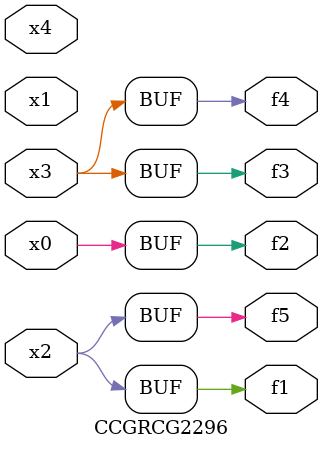
<source format=v>
module CCGRCG2296(
	input x0, x1, x2, x3, x4,
	output f1, f2, f3, f4, f5
);
	assign f1 = x2;
	assign f2 = x0;
	assign f3 = x3;
	assign f4 = x3;
	assign f5 = x2;
endmodule

</source>
